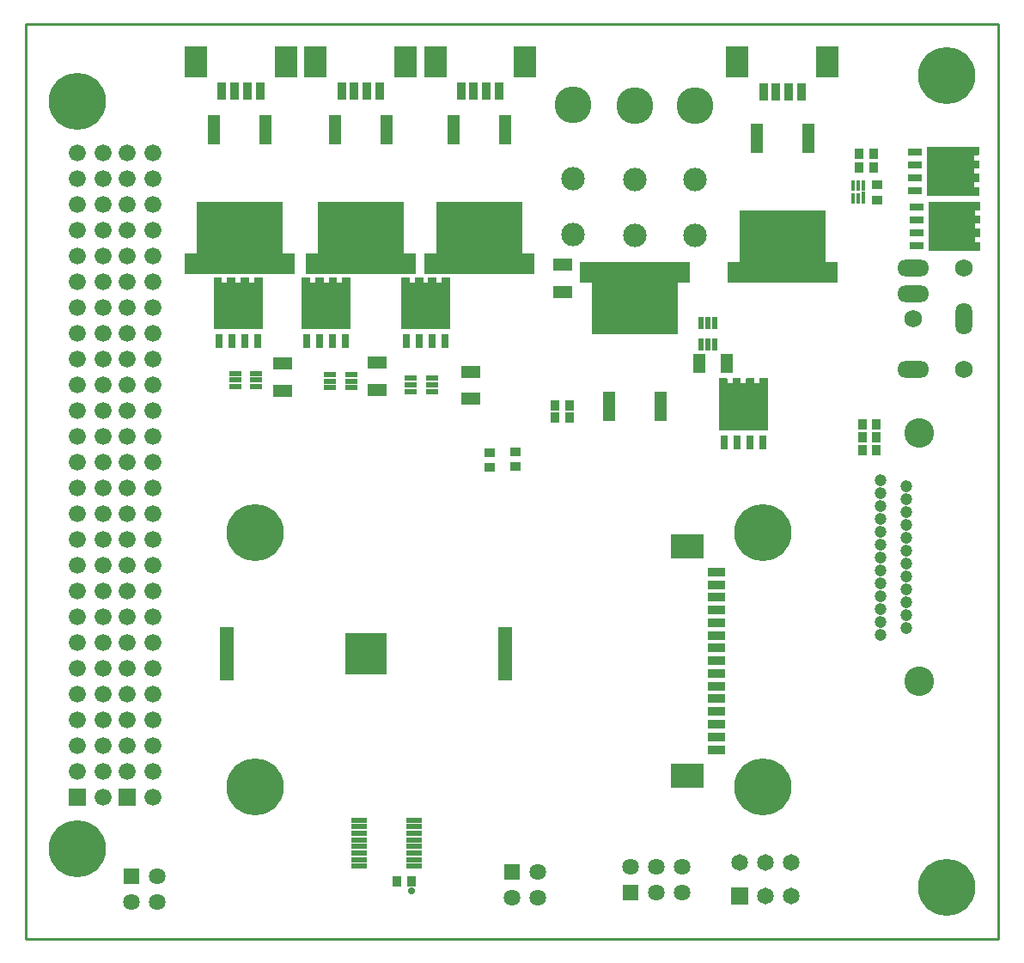
<source format=gbs>
G04*
G04 #@! TF.GenerationSoftware,Altium Limited,Altium Designer,18.1.9 (240)*
G04*
G04 Layer_Color=16711935*
%FSLAX44Y44*%
%MOMM*%
G71*
G01*
G75*
%ADD14C,0.2540*%
%ADD62R,1.0270X0.8270*%
%ADD65R,0.9270X1.7270*%
%ADD66R,2.2270X3.1270*%
%ADD75R,1.2954X0.4826*%
%ADD76R,0.4826X1.2954*%
%ADD83R,1.0270X0.9270*%
%ADD85R,0.9270X1.0270*%
%ADD86R,0.8270X1.0270*%
%ADD90R,1.8270X1.2270*%
%ADD104C,1.6770*%
%ADD105R,1.6770X1.6770*%
%ADD106C,1.1938*%
%ADD107C,3.6270*%
%ADD108C,2.3270*%
%ADD109O,1.6350X3.1430*%
%ADD110O,3.1430X1.6350*%
%ADD111C,1.7270*%
%ADD112C,1.6270*%
%ADD113R,1.6270X1.6270*%
%ADD114R,1.6270X1.6270*%
%ADD115C,5.6270*%
%ADD116R,1.6510X1.6510*%
%ADD117C,1.6510*%
%ADD118C,2.9210*%
%ADD119C,0.7270*%
%ADD156R,1.7272X0.9398*%
%ADD157R,3.2258X2.3368*%
%ADD158R,1.4270X5.2270*%
%ADD159R,4.1270X4.1270*%
%ADD160R,0.3970X1.1470*%
%ADD161R,0.3970X1.0670*%
%ADD162R,0.7770X1.3270*%
%ADD163R,1.3270X0.7770*%
%ADD164R,10.9270X2.0370*%
%ADD165R,8.4570X5.2070*%
%ADD166R,1.1770X2.9270*%
%ADD167R,1.5270X0.4770*%
%ADD168R,1.2270X1.8270*%
G36*
X319764Y652007D02*
X319861Y651984D01*
X319953Y651945D01*
X320038Y651893D01*
X320114Y651828D01*
X320179Y651752D01*
X320232Y651667D01*
X320270Y651575D01*
X320293Y651477D01*
X320301Y651378D01*
Y646378D01*
Y601378D01*
X320293Y601278D01*
X320270Y601181D01*
X320232Y601089D01*
X320179Y601003D01*
X320114Y600927D01*
X320038Y600863D01*
X319953Y600810D01*
X319861Y600772D01*
X319764Y600749D01*
X319664Y600741D01*
X272664D01*
X272564Y600749D01*
X272467Y600772D01*
X272375Y600810D01*
X272290Y600863D01*
X272214Y600927D01*
X272149Y601003D01*
X272097Y601089D01*
X272058Y601181D01*
X272035Y601278D01*
X272027Y601378D01*
Y646378D01*
D01*
Y651378D01*
X272035Y651477D01*
X272058Y651575D01*
X272097Y651667D01*
X272149Y651752D01*
X272214Y651828D01*
X272290Y651893D01*
X272375Y651945D01*
X272467Y651984D01*
X272564Y652007D01*
X272664Y652015D01*
X279664D01*
X279764Y652007D01*
X279861Y651984D01*
X279953Y651945D01*
X280038Y651893D01*
X280114Y651828D01*
X280179Y651752D01*
X280231Y651667D01*
X280270Y651575D01*
X280293Y651477D01*
X280301Y651378D01*
Y647015D01*
X285377D01*
Y651378D01*
X285385Y651477D01*
X285408Y651575D01*
X285446Y651667D01*
X285499Y651752D01*
X285564Y651828D01*
X285640Y651893D01*
X285725Y651945D01*
X285817Y651984D01*
X285914Y652007D01*
X286014Y652015D01*
X293014D01*
X293114Y652007D01*
X293211Y651984D01*
X293303Y651945D01*
X293388Y651893D01*
X293464Y651828D01*
X293529Y651752D01*
X293582Y651667D01*
X293620Y651575D01*
X293643Y651477D01*
X293651Y651378D01*
Y647015D01*
X298677D01*
Y651378D01*
X298685Y651477D01*
X298708Y651575D01*
X298746Y651667D01*
X298799Y651752D01*
X298864Y651828D01*
X298940Y651893D01*
X299025Y651945D01*
X299117Y651984D01*
X299214Y652007D01*
X299314Y652015D01*
X306314D01*
X306414Y652007D01*
X306511Y651984D01*
X306603Y651945D01*
X306688Y651893D01*
X306764Y651828D01*
X306829Y651752D01*
X306882Y651667D01*
X306920Y651575D01*
X306943Y651477D01*
X306951Y651378D01*
Y647015D01*
X312027D01*
Y651378D01*
X312035Y651477D01*
X312058Y651575D01*
X312097Y651667D01*
X312149Y651752D01*
X312214Y651828D01*
X312290Y651893D01*
X312375Y651945D01*
X312467Y651984D01*
X312564Y652007D01*
X312664Y652015D01*
X319664D01*
X319764Y652007D01*
D02*
G37*
G36*
X232828Y652007D02*
X232925Y651983D01*
X233017Y651945D01*
X233102Y651893D01*
X233179Y651828D01*
X233243Y651752D01*
X233296Y651667D01*
X233334Y651575D01*
X233357Y651477D01*
X233365Y651378D01*
Y646378D01*
Y601378D01*
X233357Y601278D01*
X233334Y601181D01*
X233296Y601089D01*
X233243Y601003D01*
X233179Y600927D01*
X233102Y600862D01*
X233017Y600810D01*
X232925Y600772D01*
X232828Y600749D01*
X232728Y600741D01*
X185728D01*
X185628Y600749D01*
X185531Y600772D01*
X185439Y600810D01*
X185354Y600862D01*
X185278Y600927D01*
X185213Y601003D01*
X185161Y601089D01*
X185122Y601181D01*
X185099Y601278D01*
X185091Y601378D01*
Y646378D01*
Y651378D01*
X185099Y651477D01*
X185122Y651575D01*
X185161Y651667D01*
X185213Y651752D01*
X185278Y651828D01*
X185354Y651893D01*
X185439Y651945D01*
X185531Y651983D01*
X185628Y652007D01*
X185728Y652015D01*
X192728D01*
X192828Y652007D01*
X192925Y651983D01*
X193017Y651945D01*
X193102Y651893D01*
X193179Y651828D01*
X193243Y651752D01*
X193296Y651667D01*
X193334Y651575D01*
X193357Y651477D01*
X193365Y651378D01*
Y647015D01*
X198441D01*
Y651378D01*
X198449Y651477D01*
X198472Y651575D01*
X198511Y651667D01*
X198563Y651752D01*
X198628Y651828D01*
X198704Y651893D01*
X198789Y651945D01*
X198881Y651983D01*
X198978Y652007D01*
X199078Y652015D01*
X206078D01*
X206178Y652007D01*
X206275Y651983D01*
X206367Y651945D01*
X206453Y651893D01*
X206528Y651828D01*
X206593Y651752D01*
X206646Y651667D01*
X206684Y651575D01*
X206707Y651477D01*
X206715Y651378D01*
Y647015D01*
X211741D01*
Y651378D01*
X211749Y651477D01*
X211772Y651575D01*
X211810Y651667D01*
X211863Y651752D01*
X211928Y651828D01*
X212004Y651893D01*
X212089Y651945D01*
X212181Y651983D01*
X212278Y652007D01*
X212378Y652015D01*
X219378D01*
X219478Y652007D01*
X219575Y651983D01*
X219667Y651945D01*
X219753Y651893D01*
X219828Y651828D01*
X219893Y651752D01*
X219946Y651667D01*
X219984Y651575D01*
X220007Y651477D01*
X220015Y651378D01*
Y647015D01*
X225091D01*
Y651378D01*
X225099Y651477D01*
X225122Y651575D01*
X225161Y651667D01*
X225213Y651752D01*
X225278Y651828D01*
X225354Y651893D01*
X225439Y651945D01*
X225531Y651983D01*
X225628Y652007D01*
X225728Y652015D01*
X232728D01*
X232828Y652007D01*
D02*
G37*
G36*
X417808Y652007D02*
X417905Y651983D01*
X417997Y651945D01*
X418082Y651893D01*
X418158Y651828D01*
X418223Y651752D01*
X418275Y651667D01*
X418314Y651574D01*
X418337Y651477D01*
X418345Y651377D01*
Y646377D01*
Y601377D01*
X418337Y601278D01*
X418314Y601181D01*
X418275Y601088D01*
X418223Y601003D01*
X418158Y600927D01*
X418082Y600862D01*
X417997Y600810D01*
X417905Y600772D01*
X417808Y600748D01*
X417708Y600741D01*
X370708D01*
X370608Y600748D01*
X370511Y600772D01*
X370419Y600810D01*
X370334Y600862D01*
X370258Y600927D01*
X370193Y601003D01*
X370140Y601088D01*
X370102Y601181D01*
X370079Y601278D01*
X370071Y601377D01*
Y646377D01*
Y651377D01*
X370079Y651477D01*
X370102Y651574D01*
X370140Y651667D01*
X370193Y651752D01*
X370258Y651828D01*
X370334Y651893D01*
X370419Y651945D01*
X370511Y651983D01*
X370608Y652007D01*
X370708Y652014D01*
X377708D01*
X377808Y652007D01*
X377905Y651983D01*
X377997Y651945D01*
X378082Y651893D01*
X378158Y651828D01*
X378223Y651752D01*
X378275Y651667D01*
X378314Y651574D01*
X378337Y651477D01*
X378345Y651377D01*
Y647014D01*
X383421D01*
Y651377D01*
X383429Y651477D01*
X383452Y651574D01*
X383490Y651667D01*
X383543Y651752D01*
X383608Y651828D01*
X383684Y651893D01*
X383769Y651945D01*
X383861Y651983D01*
X383958Y652007D01*
X384058Y652014D01*
X391058D01*
X391158Y652007D01*
X391255Y651983D01*
X391347Y651945D01*
X391432Y651893D01*
X391508Y651828D01*
X391573Y651752D01*
X391626Y651667D01*
X391664Y651574D01*
X391687Y651477D01*
X391695Y651377D01*
Y647014D01*
X396721D01*
Y651377D01*
X396729Y651477D01*
X396752Y651574D01*
X396791Y651667D01*
X396843Y651752D01*
X396908Y651828D01*
X396984Y651893D01*
X397069Y651945D01*
X397161Y651983D01*
X397258Y652007D01*
X397358Y652014D01*
X404358D01*
X404458Y652007D01*
X404555Y651983D01*
X404647Y651945D01*
X404732Y651893D01*
X404808Y651828D01*
X404873Y651752D01*
X404925Y651667D01*
X404964Y651574D01*
X404987Y651477D01*
X404995Y651377D01*
Y647014D01*
X410071D01*
Y651377D01*
X410079Y651477D01*
X410102Y651574D01*
X410140Y651667D01*
X410193Y651752D01*
X410258Y651828D01*
X410334Y651893D01*
X410419Y651945D01*
X410511Y651983D01*
X410608Y652007D01*
X410708Y652014D01*
X417708D01*
X417808Y652007D01*
D02*
G37*
G36*
X939180Y780629D02*
X939277Y780606D01*
X939369Y780567D01*
X939454Y780515D01*
X939530Y780450D01*
X939595Y780374D01*
X939648Y780289D01*
X939686Y780197D01*
X939709Y780100D01*
X939717Y780000D01*
Y773000D01*
X939709Y772900D01*
X939686Y772803D01*
X939648Y772711D01*
X939595Y772626D01*
X939530Y772550D01*
X939454Y772485D01*
X939369Y772432D01*
X939277Y772394D01*
X939180Y772371D01*
X939080Y772363D01*
X934717D01*
Y767287D01*
X939080D01*
X939180Y767279D01*
X939277Y767256D01*
X939369Y767217D01*
X939454Y767165D01*
X939530Y767100D01*
X939595Y767024D01*
X939648Y766939D01*
X939686Y766847D01*
X939709Y766750D01*
X939717Y766650D01*
Y759650D01*
X939709Y759550D01*
X939686Y759453D01*
X939648Y759361D01*
X939595Y759276D01*
X939530Y759200D01*
X939454Y759135D01*
X939369Y759082D01*
X939277Y759044D01*
X939180Y759021D01*
X939080Y759013D01*
X934717D01*
Y753987D01*
X939080D01*
X939180Y753979D01*
X939277Y753956D01*
X939369Y753917D01*
X939454Y753865D01*
X939530Y753800D01*
X939595Y753724D01*
X939648Y753639D01*
X939686Y753547D01*
X939709Y753450D01*
X939717Y753350D01*
Y746350D01*
X939709Y746250D01*
X939686Y746153D01*
X939648Y746061D01*
X939595Y745976D01*
X939530Y745900D01*
X939454Y745835D01*
X939369Y745782D01*
X939277Y745744D01*
X939180Y745721D01*
X939080Y745713D01*
X934717D01*
Y740637D01*
X939080D01*
X939180Y740629D01*
X939277Y740606D01*
X939369Y740567D01*
X939454Y740515D01*
X939530Y740450D01*
X939595Y740374D01*
X939648Y740289D01*
X939686Y740197D01*
X939709Y740100D01*
X939717Y740000D01*
Y733000D01*
X939709Y732900D01*
X939686Y732803D01*
X939648Y732711D01*
X939595Y732626D01*
X939530Y732550D01*
X939454Y732485D01*
X939369Y732432D01*
X939277Y732394D01*
X939180Y732371D01*
X939080Y732363D01*
X889080D01*
X888980Y732371D01*
X888883Y732394D01*
X888791Y732432D01*
X888706Y732485D01*
X888630Y732550D01*
X888565Y732626D01*
X888512Y732711D01*
X888474Y732803D01*
X888451Y732900D01*
X888443Y733000D01*
Y780000D01*
X888451Y780100D01*
X888474Y780197D01*
X888512Y780289D01*
X888565Y780374D01*
X888630Y780450D01*
X888706Y780515D01*
X888791Y780567D01*
X888883Y780606D01*
X888980Y780629D01*
X889080Y780637D01*
X939080D01*
X939180Y780629D01*
D02*
G37*
G36*
X940450Y726439D02*
X940547Y726416D01*
X940639Y726377D01*
X940724Y726325D01*
X940800Y726260D01*
X940865Y726184D01*
X940918Y726099D01*
X940956Y726007D01*
X940979Y725910D01*
X940987Y725810D01*
Y718810D01*
X940979Y718710D01*
X940956Y718613D01*
X940918Y718521D01*
X940865Y718436D01*
X940800Y718360D01*
X940724Y718295D01*
X940639Y718242D01*
X940547Y718204D01*
X940450Y718181D01*
X940350Y718173D01*
X935987D01*
Y713097D01*
X940350D01*
X940450Y713089D01*
X940547Y713066D01*
X940639Y713027D01*
X940724Y712975D01*
X940800Y712910D01*
X940865Y712834D01*
X940918Y712749D01*
X940956Y712657D01*
X940979Y712560D01*
X940987Y712460D01*
Y705460D01*
X940979Y705360D01*
X940956Y705263D01*
X940918Y705171D01*
X940865Y705086D01*
X940800Y705010D01*
X940724Y704945D01*
X940639Y704893D01*
X940547Y704854D01*
X940450Y704831D01*
X940350Y704823D01*
X935987D01*
Y699797D01*
X940350D01*
X940450Y699789D01*
X940547Y699766D01*
X940639Y699727D01*
X940724Y699675D01*
X940800Y699610D01*
X940865Y699534D01*
X940918Y699449D01*
X940956Y699357D01*
X940979Y699260D01*
X940987Y699160D01*
Y692160D01*
X940979Y692060D01*
X940956Y691963D01*
X940918Y691871D01*
X940865Y691786D01*
X940800Y691710D01*
X940724Y691645D01*
X940639Y691592D01*
X940547Y691554D01*
X940450Y691531D01*
X940350Y691523D01*
X935987D01*
Y686447D01*
X940350D01*
X940450Y686439D01*
X940547Y686416D01*
X940639Y686377D01*
X940724Y686325D01*
X940800Y686260D01*
X940865Y686184D01*
X940918Y686099D01*
X940956Y686007D01*
X940979Y685910D01*
X940987Y685810D01*
Y678810D01*
X940979Y678710D01*
X940956Y678613D01*
X940918Y678521D01*
X940865Y678436D01*
X940800Y678360D01*
X940724Y678295D01*
X940639Y678242D01*
X940547Y678204D01*
X940450Y678181D01*
X940350Y678173D01*
X890350D01*
X890250Y678181D01*
X890153Y678204D01*
X890061Y678242D01*
X889976Y678295D01*
X889900Y678360D01*
X889835Y678436D01*
X889782Y678521D01*
X889744Y678613D01*
X889721Y678710D01*
X889713Y678810D01*
Y725810D01*
X889721Y725910D01*
X889744Y726007D01*
X889782Y726099D01*
X889835Y726184D01*
X889900Y726260D01*
X889976Y726325D01*
X890061Y726377D01*
X890153Y726416D01*
X890250Y726439D01*
X890350Y726447D01*
X940350D01*
X940450Y726439D01*
D02*
G37*
G36*
X730990Y552410D02*
X731087Y552386D01*
X731179Y552348D01*
X731264Y552296D01*
X731340Y552231D01*
X731405Y552155D01*
X731458Y552070D01*
X731496Y551977D01*
X731519Y551880D01*
X731527Y551780D01*
Y546780D01*
Y501780D01*
X731519Y501681D01*
X731496Y501584D01*
X731458Y501491D01*
X731405Y501406D01*
X731340Y501330D01*
X731264Y501265D01*
X731179Y501213D01*
X731087Y501175D01*
X730990Y501151D01*
X730890Y501143D01*
X683890D01*
X683790Y501151D01*
X683693Y501175D01*
X683601Y501213D01*
X683516Y501265D01*
X683440Y501330D01*
X683375Y501406D01*
X683323Y501491D01*
X683284Y501584D01*
X683261Y501681D01*
X683253Y501780D01*
Y546780D01*
Y551780D01*
X683261Y551880D01*
X683284Y551977D01*
X683323Y552070D01*
X683375Y552155D01*
X683440Y552231D01*
X683516Y552296D01*
X683601Y552348D01*
X683693Y552386D01*
X683790Y552410D01*
X683890Y552417D01*
X690890D01*
X690990Y552410D01*
X691087Y552386D01*
X691179Y552348D01*
X691264Y552296D01*
X691340Y552231D01*
X691405Y552155D01*
X691458Y552070D01*
X691496Y551977D01*
X691519Y551880D01*
X691527Y551780D01*
Y547417D01*
X696603D01*
Y551780D01*
X696611Y551880D01*
X696634Y551977D01*
X696673Y552070D01*
X696725Y552155D01*
X696790Y552231D01*
X696866Y552296D01*
X696951Y552348D01*
X697043Y552386D01*
X697140Y552410D01*
X697240Y552417D01*
X704240D01*
X704340Y552410D01*
X704437Y552386D01*
X704529Y552348D01*
X704614Y552296D01*
X704690Y552231D01*
X704755Y552155D01*
X704808Y552070D01*
X704846Y551977D01*
X704869Y551880D01*
X704877Y551780D01*
Y547417D01*
X709903D01*
Y551780D01*
X709911Y551880D01*
X709934Y551977D01*
X709973Y552070D01*
X710025Y552155D01*
X710090Y552231D01*
X710166Y552296D01*
X710251Y552348D01*
X710343Y552386D01*
X710440Y552410D01*
X710540Y552417D01*
X717540D01*
X717640Y552410D01*
X717737Y552386D01*
X717829Y552348D01*
X717914Y552296D01*
X717990Y552231D01*
X718055Y552155D01*
X718108Y552070D01*
X718146Y551977D01*
X718169Y551880D01*
X718177Y551780D01*
Y547417D01*
X723253D01*
Y551780D01*
X723261Y551880D01*
X723284Y551977D01*
X723323Y552070D01*
X723375Y552155D01*
X723440Y552231D01*
X723516Y552296D01*
X723601Y552348D01*
X723693Y552386D01*
X723790Y552410D01*
X723890Y552417D01*
X730890D01*
X730990Y552410D01*
D02*
G37*
D14*
X0Y901700D02*
X958850D01*
X958850Y0D01*
X0D02*
X958850D01*
X0D02*
Y901700D01*
D62*
X839470Y742830D02*
D03*
Y727830D02*
D03*
D65*
X348750Y835218D02*
D03*
X336250D02*
D03*
X311250D02*
D03*
X323750D02*
D03*
X764500Y835000D02*
D03*
X752000D02*
D03*
X727000D02*
D03*
X739500D02*
D03*
X231040Y835108D02*
D03*
X218540D02*
D03*
X193540D02*
D03*
X206040D02*
D03*
X466600Y835218D02*
D03*
X454100D02*
D03*
X429100D02*
D03*
X441600D02*
D03*
D66*
X374250Y864218D02*
D03*
X285750D02*
D03*
X790000Y864000D02*
D03*
X701500D02*
D03*
X256540Y864108D02*
D03*
X168040D02*
D03*
X492100Y864218D02*
D03*
X403600D02*
D03*
D75*
X379386Y539108D02*
D03*
Y545712D02*
D03*
Y552316D02*
D03*
X400214D02*
D03*
Y545712D02*
D03*
Y539108D02*
D03*
X206545Y544076D02*
D03*
Y550680D02*
D03*
Y557284D02*
D03*
X227373D02*
D03*
Y550680D02*
D03*
Y544076D02*
D03*
X300119Y542971D02*
D03*
Y549575D02*
D03*
Y556179D02*
D03*
X320947D02*
D03*
Y549575D02*
D03*
Y542971D02*
D03*
D76*
X665808Y606664D02*
D03*
X672412D02*
D03*
X679016D02*
D03*
Y585836D02*
D03*
X672412D02*
D03*
X665808D02*
D03*
D83*
X457500Y464953D02*
D03*
Y478953D02*
D03*
X482500Y465500D02*
D03*
Y479500D02*
D03*
D85*
X365820Y56899D02*
D03*
X379820D02*
D03*
X824341Y481866D02*
D03*
X838341D02*
D03*
X838341Y494366D02*
D03*
X824341D02*
D03*
X824341Y507034D02*
D03*
X838341D02*
D03*
X522000Y526000D02*
D03*
X536000D02*
D03*
X521828Y513842D02*
D03*
X535828D02*
D03*
X835437Y773445D02*
D03*
X821438D02*
D03*
D86*
X836044Y760000D02*
D03*
X821044D02*
D03*
D90*
X253500Y566750D02*
D03*
Y539750D02*
D03*
X346000Y567750D02*
D03*
Y540750D02*
D03*
X529590Y637155D02*
D03*
Y664155D02*
D03*
X438500Y532000D02*
D03*
Y559000D02*
D03*
D104*
X125700Y774800D02*
D03*
Y749400D02*
D03*
Y724000D02*
D03*
Y698600D02*
D03*
Y673200D02*
D03*
Y647800D02*
D03*
Y622400D02*
D03*
Y597000D02*
D03*
Y571600D02*
D03*
Y546200D02*
D03*
Y520800D02*
D03*
Y495400D02*
D03*
Y470000D02*
D03*
Y444600D02*
D03*
Y419200D02*
D03*
Y393800D02*
D03*
Y368400D02*
D03*
Y343000D02*
D03*
Y317600D02*
D03*
Y292200D02*
D03*
Y266800D02*
D03*
Y241400D02*
D03*
Y216000D02*
D03*
Y190600D02*
D03*
Y165200D02*
D03*
Y139800D02*
D03*
X100300Y774800D02*
D03*
Y749400D02*
D03*
Y724000D02*
D03*
Y698600D02*
D03*
Y673200D02*
D03*
Y647800D02*
D03*
Y622400D02*
D03*
Y597000D02*
D03*
Y571600D02*
D03*
Y546200D02*
D03*
Y520800D02*
D03*
Y495400D02*
D03*
Y470000D02*
D03*
Y444600D02*
D03*
Y419200D02*
D03*
Y393800D02*
D03*
Y368400D02*
D03*
Y343000D02*
D03*
Y317600D02*
D03*
Y292200D02*
D03*
Y266800D02*
D03*
Y241400D02*
D03*
Y216000D02*
D03*
Y190600D02*
D03*
Y165200D02*
D03*
X76200Y774800D02*
D03*
Y749400D02*
D03*
Y724000D02*
D03*
Y698600D02*
D03*
Y673200D02*
D03*
Y647800D02*
D03*
Y622400D02*
D03*
Y597000D02*
D03*
Y571600D02*
D03*
Y546200D02*
D03*
Y520800D02*
D03*
Y495400D02*
D03*
Y470000D02*
D03*
Y444600D02*
D03*
Y419200D02*
D03*
Y393800D02*
D03*
Y368400D02*
D03*
Y343000D02*
D03*
Y317600D02*
D03*
Y292200D02*
D03*
Y266800D02*
D03*
Y241400D02*
D03*
Y216000D02*
D03*
Y190600D02*
D03*
Y165200D02*
D03*
Y139800D02*
D03*
X50800Y774800D02*
D03*
Y749400D02*
D03*
Y724000D02*
D03*
Y698600D02*
D03*
Y673200D02*
D03*
Y647800D02*
D03*
Y622400D02*
D03*
Y597000D02*
D03*
Y571600D02*
D03*
Y546200D02*
D03*
Y520800D02*
D03*
Y495400D02*
D03*
Y470000D02*
D03*
Y444600D02*
D03*
Y419200D02*
D03*
Y393800D02*
D03*
Y368400D02*
D03*
Y343000D02*
D03*
Y317600D02*
D03*
Y292200D02*
D03*
Y266800D02*
D03*
Y241400D02*
D03*
Y216000D02*
D03*
Y190600D02*
D03*
Y165200D02*
D03*
D105*
X100300Y139800D02*
D03*
X50800D02*
D03*
D106*
X868000Y306150D02*
D03*
Y318850D02*
D03*
Y331550D02*
D03*
Y344250D02*
D03*
Y356950D02*
D03*
Y369650D02*
D03*
Y382350D02*
D03*
Y395050D02*
D03*
Y407750D02*
D03*
Y420450D02*
D03*
Y433150D02*
D03*
Y445850D02*
D03*
X842600Y299800D02*
D03*
Y312500D02*
D03*
Y325200D02*
D03*
Y337900D02*
D03*
Y350600D02*
D03*
Y363300D02*
D03*
Y376000D02*
D03*
Y388700D02*
D03*
Y401400D02*
D03*
Y414100D02*
D03*
Y426800D02*
D03*
Y439500D02*
D03*
Y452200D02*
D03*
D107*
X600300Y821400D02*
D03*
X539000Y821800D02*
D03*
X660000Y821400D02*
D03*
D108*
X600300Y693400D02*
D03*
Y748400D02*
D03*
X539000Y693800D02*
D03*
Y748800D02*
D03*
X660000Y693400D02*
D03*
Y748400D02*
D03*
D109*
X925000Y610900D02*
D03*
D110*
X875000Y660900D02*
D03*
Y560900D02*
D03*
Y635900D02*
D03*
D111*
Y610900D02*
D03*
X925000Y660900D02*
D03*
Y560900D02*
D03*
D112*
X646800Y70800D02*
D03*
Y45400D02*
D03*
X621400Y70800D02*
D03*
Y45400D02*
D03*
X596000Y70800D02*
D03*
X504746Y66000D02*
D03*
X479346Y40600D02*
D03*
X504746D02*
D03*
X130000Y36600D02*
D03*
X104600D02*
D03*
X130000Y62000D02*
D03*
D113*
X596000Y45400D02*
D03*
D114*
X479346Y66000D02*
D03*
X104600Y62000D02*
D03*
D115*
X908100Y50800D02*
D03*
Y850900D02*
D03*
X50800Y825500D02*
D03*
Y88900D02*
D03*
X726500Y400000D02*
D03*
Y150000D02*
D03*
X226500D02*
D03*
Y400000D02*
D03*
D116*
X703600Y42000D02*
D03*
D117*
X729000D02*
D03*
X754400D02*
D03*
X703600Y75020D02*
D03*
X729000D02*
D03*
X754400D02*
D03*
D118*
X880700Y498555D02*
D03*
Y253445D02*
D03*
D119*
X379820Y46980D02*
D03*
D156*
X681000Y186500D02*
D03*
Y199000D02*
D03*
Y211500D02*
D03*
Y224000D02*
D03*
Y236500D02*
D03*
Y249000D02*
D03*
Y261500D02*
D03*
Y274000D02*
D03*
Y286500D02*
D03*
Y299000D02*
D03*
Y311500D02*
D03*
Y324000D02*
D03*
Y336500D02*
D03*
Y349000D02*
D03*
Y361500D02*
D03*
D157*
X652000Y387000D02*
D03*
Y161000D02*
D03*
D158*
X198342Y280670D02*
D03*
X472642D02*
D03*
D159*
X335492D02*
D03*
D160*
X825420Y730388D02*
D03*
D161*
X820420Y729988D02*
D03*
X815420D02*
D03*
Y742588D02*
D03*
X820420D02*
D03*
X825420D02*
D03*
D162*
X726440Y489280D02*
D03*
X713740D02*
D03*
X701040D02*
D03*
X688340D02*
D03*
X687324Y545470D02*
D03*
X700786D02*
D03*
X713994D02*
D03*
X727456D02*
D03*
X413258Y588877D02*
D03*
X400558D02*
D03*
X387858D02*
D03*
X375158D02*
D03*
X374142Y645068D02*
D03*
X387604D02*
D03*
X400812D02*
D03*
X414274D02*
D03*
X228278Y588878D02*
D03*
X215578D02*
D03*
X202878D02*
D03*
X190178D02*
D03*
X189162Y645068D02*
D03*
X202624D02*
D03*
X215832D02*
D03*
X229294D02*
D03*
X315214Y588878D02*
D03*
X302514D02*
D03*
X289814D02*
D03*
X277114D02*
D03*
X276098Y645068D02*
D03*
X289560D02*
D03*
X302768D02*
D03*
X316230D02*
D03*
D163*
X877850Y683260D02*
D03*
Y695960D02*
D03*
Y708660D02*
D03*
Y721360D02*
D03*
X934040Y722376D02*
D03*
Y708914D02*
D03*
Y695706D02*
D03*
Y682244D02*
D03*
X876580Y737450D02*
D03*
Y750150D02*
D03*
Y762850D02*
D03*
Y775550D02*
D03*
X932770Y776566D02*
D03*
Y763104D02*
D03*
Y749896D02*
D03*
Y736434D02*
D03*
D164*
X330689Y664889D02*
D03*
X210969Y664889D02*
D03*
X447250Y665000D02*
D03*
X600000Y657006D02*
D03*
X746000Y656750D02*
D03*
D165*
X330689Y699839D02*
D03*
X210969Y699839D02*
D03*
X447250Y699950D02*
D03*
X600000Y622056D02*
D03*
X746000Y691700D02*
D03*
D166*
X356089Y797039D02*
D03*
X305289D02*
D03*
X236369Y797039D02*
D03*
X185569D02*
D03*
X472650Y797150D02*
D03*
X421850D02*
D03*
X574600Y524856D02*
D03*
X625400D02*
D03*
X771400Y788900D02*
D03*
X720600D02*
D03*
D167*
X329000Y71500D02*
D03*
Y78000D02*
D03*
Y84500D02*
D03*
Y91000D02*
D03*
Y97500D02*
D03*
Y104000D02*
D03*
Y110500D02*
D03*
Y117000D02*
D03*
X383000Y71500D02*
D03*
Y78000D02*
D03*
Y84500D02*
D03*
Y91000D02*
D03*
Y97500D02*
D03*
Y104000D02*
D03*
Y110500D02*
D03*
Y117000D02*
D03*
D168*
X690936Y567263D02*
D03*
X663936D02*
D03*
M02*

</source>
